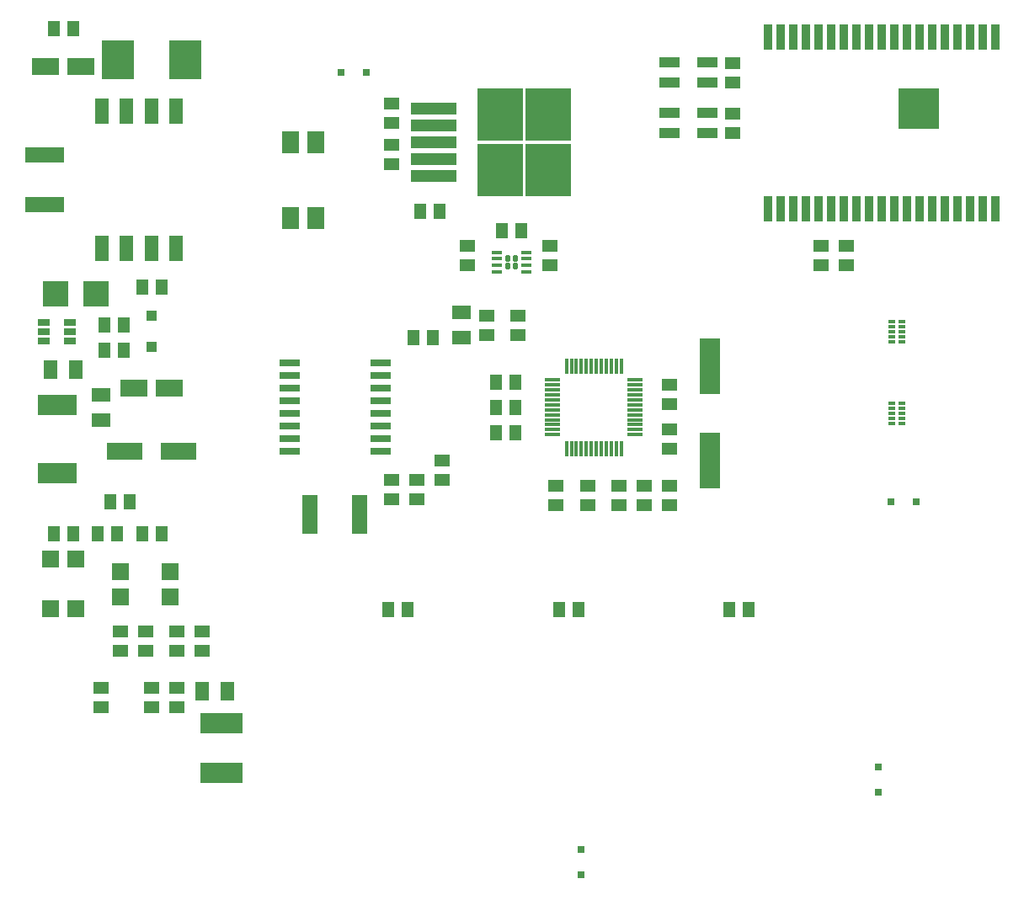
<source format=gtp>
G04 #@! TF.GenerationSoftware,KiCad,Pcbnew,7.0.9*
G04 #@! TF.CreationDate,2023-12-25T16:07:17+01:00*
G04 #@! TF.ProjectId,wall-mounted-room-temperature-sensor-ethernet,77616c6c-2d6d-46f7-956e-7465642d726f,v1.0*
G04 #@! TF.SameCoordinates,Original*
G04 #@! TF.FileFunction,Paste,Top*
G04 #@! TF.FilePolarity,Positive*
%FSLAX46Y46*%
G04 Gerber Fmt 4.6, Leading zero omitted, Abs format (unit mm)*
G04 Created by KiCad (PCBNEW 7.0.9) date 2023-12-25 16:07:17*
%MOMM*%
%LPD*%
G01*
G04 APERTURE LIST*
G04 Aperture macros list*
%AMRoundRect*
0 Rectangle with rounded corners*
0 $1 Rounding radius*
0 $2 $3 $4 $5 $6 $7 $8 $9 X,Y pos of 4 corners*
0 Add a 4 corners polygon primitive as box body*
4,1,4,$2,$3,$4,$5,$6,$7,$8,$9,$2,$3,0*
0 Add four circle primitives for the rounded corners*
1,1,$1+$1,$2,$3*
1,1,$1+$1,$4,$5*
1,1,$1+$1,$6,$7*
1,1,$1+$1,$8,$9*
0 Add four rect primitives between the rounded corners*
20,1,$1+$1,$2,$3,$4,$5,0*
20,1,$1+$1,$4,$5,$6,$7,0*
20,1,$1+$1,$6,$7,$8,$9,0*
20,1,$1+$1,$8,$9,$2,$3,0*%
%AMOutline4P*
0 Free polygon, 4 corners , with rotation*
0 The origin of the aperture is its center*
0 number of corners: always 4*
0 $1 to $8 corner X, Y*
0 $9 Rotation angle, in degrees counterclockwise*
0 create outline with 4 corners*
4,1,4,$1,$2,$3,$4,$5,$6,$7,$8,$1,$2,$9*%
G04 Aperture macros list end*
%ADD10R,1.200000X0.700000*%
%ADD11R,4.000000X2.000000*%
%ADD12R,3.600000X1.800000*%
%ADD13R,3.300000X4.000000*%
%ADD14R,1.780000X2.200000*%
%ADD15R,2.700000X1.800000*%
%ADD16R,1.400000X2.500000*%
%ADD17R,1.800000X1.800000*%
%ADD18R,0.800000X0.300000*%
%ADD19R,4.000000X1.600000*%
%ADD20R,1.600000X4.000000*%
%ADD21R,4.200000X2.000000*%
%ADD22R,2.000000X0.800000*%
%ADD23R,2.100000X5.600000*%
%ADD24R,4.100000X4.100000*%
%ADD25R,0.900000X2.500000*%
%ADD26R,1.500000X0.300000*%
%ADD27R,0.300000X1.500000*%
%ADD28R,1.000000X0.310000*%
%ADD29RoundRect,0.140000X0.140000X0.180000X-0.140000X0.180000X-0.140000X-0.180000X0.140000X-0.180000X0*%
%ADD30R,4.600000X1.250000*%
%ADD31R,4.550000X5.250000*%
%ADD32R,1.500000X1.300000*%
%ADD33R,1.300000X1.500000*%
%ADD34R,0.800000X0.800000*%
%ADD35R,1.100000X1.100000*%
%ADD36R,2.500000X2.500000*%
%ADD37Outline4P,-0.650000X-0.900000X0.650000X-0.900000X0.650000X0.900000X-0.650000X0.900000X90.000000*%
%ADD38Outline4P,-0.650000X-0.900000X0.650000X-0.900000X0.650000X0.900000X-0.650000X0.900000X0.000000*%
%ADD39R,2.000000X1.000000*%
%ADD40Outline4P,-0.650000X-0.900000X0.650000X-0.900000X0.650000X0.900000X-0.650000X0.900000X270.000000*%
G04 APERTURE END LIST*
D10*
X41245000Y-100650000D03*
X41245000Y-101600000D03*
X41245000Y-102550000D03*
X43845000Y-102550000D03*
X43845000Y-101600000D03*
X43845000Y-100650000D03*
D11*
X42545000Y-115845000D03*
X42545000Y-108945000D03*
D12*
X49370000Y-113665000D03*
X54770000Y-113665000D03*
D13*
X48670000Y-74295000D03*
X55470000Y-74295000D03*
D14*
X68580000Y-82550000D03*
X66040000Y-82550000D03*
X66040000Y-90170000D03*
X68580000Y-90170000D03*
D15*
X44980000Y-74930000D03*
X41380000Y-74930000D03*
X50270000Y-107315000D03*
X53870000Y-107315000D03*
D16*
X54550000Y-93250000D03*
X52050000Y-93250000D03*
X49550000Y-93250000D03*
X47050000Y-93250000D03*
X47050000Y-79470000D03*
X49550000Y-79470000D03*
X52050000Y-79470000D03*
X54550000Y-79470000D03*
D17*
X48935000Y-125730000D03*
X48935000Y-128270000D03*
X53935000Y-128270000D03*
X53935000Y-125730000D03*
X44450000Y-124500000D03*
X41910000Y-124500000D03*
X41910000Y-129500000D03*
X44450000Y-129500000D03*
D18*
X126460000Y-100600000D03*
X126460000Y-101100000D03*
X126460000Y-101600000D03*
X126460000Y-102100000D03*
X126460000Y-102600000D03*
X127540000Y-102600000D03*
X127540000Y-102100000D03*
X127540000Y-101600000D03*
X127540000Y-101100000D03*
X127540000Y-100600000D03*
X126460000Y-108855000D03*
X126460000Y-109355000D03*
X126460000Y-109855000D03*
X126460000Y-110355000D03*
X126460000Y-110855000D03*
X127540000Y-110855000D03*
X127540000Y-110355000D03*
X127540000Y-109855000D03*
X127540000Y-109355000D03*
X127540000Y-108855000D03*
D19*
X41275000Y-88860000D03*
X41275000Y-83860000D03*
D20*
X67985000Y-120015000D03*
X72985000Y-120015000D03*
D21*
X59055000Y-141010000D03*
X59055000Y-146010000D03*
D22*
X65913000Y-113665000D03*
X65913000Y-112395000D03*
X65913000Y-111125000D03*
X65913000Y-109855000D03*
X65913000Y-108585000D03*
X65913000Y-107315000D03*
X65913000Y-106045000D03*
X65913000Y-104775000D03*
X75057000Y-104775000D03*
X75057000Y-106045000D03*
X75057000Y-107315000D03*
X75057000Y-108585000D03*
X75057000Y-109855000D03*
X75057000Y-111125000D03*
X75057000Y-112395000D03*
X75057000Y-113665000D03*
D23*
X108204000Y-105105000D03*
X108204000Y-114605000D03*
D24*
X129175000Y-79145000D03*
D25*
X136870000Y-89270000D03*
X135600000Y-89270000D03*
X134330000Y-89270000D03*
X133060000Y-89270000D03*
X131790000Y-89270000D03*
X130520000Y-89270000D03*
X129250000Y-89270000D03*
X127980000Y-89270000D03*
X126710000Y-89270000D03*
X125440000Y-89270000D03*
X124170000Y-89270000D03*
X122900000Y-89270000D03*
X121630000Y-89270000D03*
X120360000Y-89281000D03*
X119090000Y-89270000D03*
X117820000Y-89270000D03*
X116550000Y-89281000D03*
X115280000Y-89281000D03*
X114010000Y-89281000D03*
X114010000Y-72009000D03*
X115280000Y-72009000D03*
X116550000Y-72009000D03*
X117820000Y-72020000D03*
X119090000Y-72020000D03*
X120360000Y-72020000D03*
X121630000Y-72020000D03*
X122900000Y-72020000D03*
X124170000Y-72020000D03*
X125440000Y-72020000D03*
X126710000Y-72020000D03*
X127980000Y-72020000D03*
X129250000Y-72020000D03*
X130520000Y-72020000D03*
X131790000Y-72020000D03*
X133060000Y-72020000D03*
X134330000Y-72020000D03*
X135600000Y-72020000D03*
X136870000Y-72020000D03*
D26*
X92357500Y-106470000D03*
X92357500Y-106970000D03*
X92357500Y-107470000D03*
X92357500Y-107970000D03*
X92357500Y-108470000D03*
X92357500Y-108970000D03*
X92357500Y-109470000D03*
X92357500Y-109970000D03*
X92357500Y-110470000D03*
X92357500Y-110970000D03*
X92357500Y-111470000D03*
X92357500Y-111970000D03*
D27*
X93770000Y-113382500D03*
X94270000Y-113382500D03*
X94770000Y-113382500D03*
X95270000Y-113382500D03*
X95770000Y-113382500D03*
X96270000Y-113382500D03*
X96770000Y-113382500D03*
X97270000Y-113382500D03*
X97770000Y-113382500D03*
X98270000Y-113382500D03*
X98770000Y-113382500D03*
X99270000Y-113382500D03*
D26*
X100682500Y-111970000D03*
X100682500Y-111470000D03*
X100682500Y-110970000D03*
X100682500Y-110470000D03*
X100682500Y-109970000D03*
X100682500Y-109470000D03*
X100682500Y-108970000D03*
X100682500Y-108470000D03*
X100682500Y-107970000D03*
X100682500Y-107470000D03*
X100682500Y-106970000D03*
X100682500Y-106470000D03*
D27*
X99270000Y-105057500D03*
X98770000Y-105057500D03*
X98270000Y-105057500D03*
X97770000Y-105057500D03*
X97270000Y-105057500D03*
X96770000Y-105057500D03*
X96270000Y-105057500D03*
X95770000Y-105057500D03*
X95270000Y-105057500D03*
X94770000Y-105057500D03*
X94270000Y-105057500D03*
X93770000Y-105057500D03*
D28*
X86779100Y-95590000D03*
X86779100Y-94940000D03*
X86779100Y-94290000D03*
X86779100Y-93640000D03*
X89750900Y-93640000D03*
X89750900Y-94290000D03*
X89750900Y-94940000D03*
X89750900Y-95590000D03*
D29*
X87915000Y-94215000D03*
X87915000Y-95015000D03*
X88615000Y-94215000D03*
X88615000Y-95015000D03*
D30*
X80385000Y-85950000D03*
X80385000Y-84250000D03*
X80385000Y-82550000D03*
X80385000Y-80850000D03*
X80385000Y-79150000D03*
D31*
X91960000Y-85325000D03*
X91960000Y-79775000D03*
X87110000Y-85325000D03*
X87110000Y-79775000D03*
D32*
X104140000Y-111425000D03*
X104140000Y-113365000D03*
D33*
X78405000Y-102235000D03*
X80345000Y-102235000D03*
D32*
X101600000Y-117140000D03*
X101600000Y-119080000D03*
X76200000Y-116505000D03*
X76200000Y-118445000D03*
X104140000Y-117140000D03*
X104140000Y-119080000D03*
X76200000Y-78705000D03*
X76200000Y-80645000D03*
X83820000Y-94950000D03*
X83820000Y-93010000D03*
D33*
X87295000Y-91440000D03*
X89235000Y-91440000D03*
X79040000Y-89535000D03*
X80980000Y-89535000D03*
D32*
X76200000Y-84790000D03*
X76200000Y-82850000D03*
X92075000Y-94950000D03*
X92075000Y-93010000D03*
X92710000Y-117140000D03*
X92710000Y-119080000D03*
X99060000Y-117140000D03*
X99060000Y-119080000D03*
D33*
X88600000Y-109220000D03*
X86660000Y-109220000D03*
X49230000Y-100965000D03*
X47290000Y-100965000D03*
X88600000Y-111760000D03*
X86660000Y-111760000D03*
X88600000Y-106680000D03*
X86660000Y-106680000D03*
D32*
X95885000Y-117140000D03*
X95885000Y-119080000D03*
X88900000Y-101935000D03*
X88900000Y-99995000D03*
X110490000Y-76535000D03*
X110490000Y-74595000D03*
X110490000Y-81615000D03*
X110490000Y-79675000D03*
X48895000Y-131745000D03*
X48895000Y-133685000D03*
X57150000Y-131745000D03*
X57150000Y-133685000D03*
D33*
X47925000Y-118745000D03*
X49865000Y-118745000D03*
X46655000Y-121920000D03*
X48595000Y-121920000D03*
D32*
X52070000Y-139400000D03*
X52070000Y-137460000D03*
D33*
X42210000Y-71120000D03*
X44150000Y-71120000D03*
D32*
X46990000Y-139400000D03*
X46990000Y-137460000D03*
X85725000Y-99995000D03*
X85725000Y-101935000D03*
X104140000Y-106980000D03*
X104140000Y-108920000D03*
X81280000Y-116540000D03*
X81280000Y-114600000D03*
X78740000Y-118445000D03*
X78740000Y-116505000D03*
D33*
X49230000Y-103505000D03*
X47290000Y-103505000D03*
X51100000Y-97155000D03*
X53040000Y-97155000D03*
D32*
X121920000Y-94950000D03*
X121920000Y-93010000D03*
D33*
X110155000Y-129540000D03*
X112095000Y-129540000D03*
X93010000Y-129540000D03*
X94950000Y-129540000D03*
X75865000Y-129540000D03*
X77805000Y-129540000D03*
X44150000Y-121920000D03*
X42210000Y-121920000D03*
X51100000Y-121920000D03*
X53040000Y-121920000D03*
D32*
X119380000Y-93010000D03*
X119380000Y-94950000D03*
X51435000Y-131745000D03*
X51435000Y-133685000D03*
X54610000Y-131745000D03*
X54610000Y-133685000D03*
X54610000Y-137460000D03*
X54610000Y-139400000D03*
D34*
X73660000Y-75565000D03*
X71120000Y-75565000D03*
D35*
X52070000Y-103175000D03*
X52070000Y-100025000D03*
D36*
X46450000Y-97790000D03*
X42450000Y-97790000D03*
D34*
X125095000Y-145415000D03*
X125095000Y-147955000D03*
X126365000Y-118745000D03*
X128905000Y-118745000D03*
D37*
X83185000Y-102235000D03*
X83185000Y-99695000D03*
D38*
X41910000Y-105410000D03*
X44450000Y-105410000D03*
D39*
X107920000Y-76565000D03*
X104170000Y-76565000D03*
X107920000Y-74565000D03*
X104170000Y-74565000D03*
X107920000Y-81645000D03*
X104170000Y-81645000D03*
X107920000Y-79645000D03*
X104170000Y-79645000D03*
D38*
X57150000Y-137795000D03*
X59690000Y-137795000D03*
D40*
X46990000Y-107950000D03*
X46990000Y-110490000D03*
D34*
X95250000Y-156210000D03*
X95250000Y-153670000D03*
M02*

</source>
